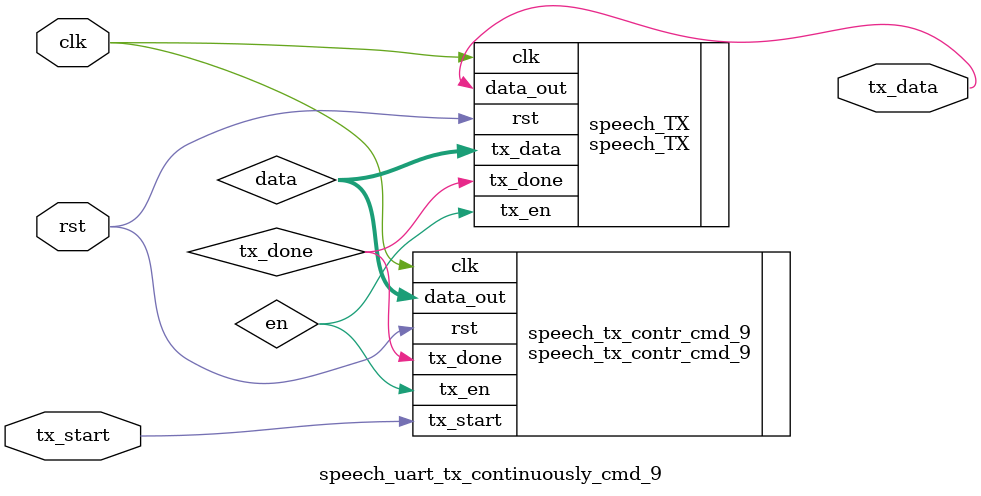
<source format=v>
`timescale 1ns / 1ps
module speech_uart_tx_continuously_cmd_9(
	input clk,
	input rst,
	input tx_start,
	output tx_data
    );
	
	wire [7:0] data;
	wire en;
	wire tx_done;

	
	
	speech_TX speech_TX(
    .clk(clk),
    .rst(rst),
    .tx_data(data),
    .tx_en(en),
	.tx_done(tx_done),
    .data_out(tx_data)
    );
	
	
	speech_tx_contr_cmd_9 speech_tx_contr_cmd_9(
	.clk(clk),
	.rst(rst),
	.tx_start(tx_start),
	.tx_done(tx_done),
	.tx_en(en),
	.data_out(data)
    );

endmodule

</source>
